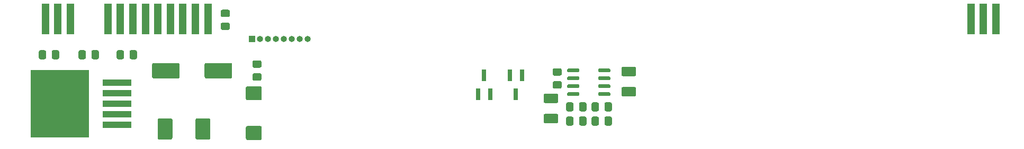
<source format=gbr>
%TF.GenerationSoftware,KiCad,Pcbnew,(5.1.8)-1*%
%TF.CreationDate,2021-02-16T03:44:48+08:00*%
%TF.ProjectId,VFD,5646442e-6b69-4636-9164-5f7063625858,rev?*%
%TF.SameCoordinates,Original*%
%TF.FileFunction,Soldermask,Top*%
%TF.FilePolarity,Negative*%
%FSLAX46Y46*%
G04 Gerber Fmt 4.6, Leading zero omitted, Abs format (unit mm)*
G04 Created by KiCad (PCBNEW (5.1.8)-1) date 2021-02-16 03:44:48*
%MOMM*%
%LPD*%
G01*
G04 APERTURE LIST*
%ADD10R,1.270000X5.000000*%
%ADD11R,9.400000X10.800000*%
%ADD12R,4.600000X1.100000*%
%ADD13R,0.800000X1.900000*%
%ADD14O,1.000000X1.000000*%
%ADD15R,1.000000X1.000000*%
G04 APERTURE END LIST*
D10*
%TO.C,U3*%
X105660000Y-95850000D03*
X103660000Y-95850000D03*
X101660000Y-95850000D03*
X99660000Y-95850000D03*
X97660000Y-95850000D03*
X95660000Y-95850000D03*
X93660000Y-95850000D03*
X91660000Y-95850000D03*
X231660000Y-95850000D03*
X229660000Y-95850000D03*
X227660000Y-95850000D03*
X89660000Y-95850000D03*
X83660000Y-95850000D03*
X81660000Y-95850000D03*
X79660000Y-95850000D03*
%TD*%
%TO.C,U2*%
G36*
G01*
X168056000Y-104315000D02*
X168056000Y-104015000D01*
G75*
G02*
X168206000Y-103865000I150000J0D01*
G01*
X169856000Y-103865000D01*
G75*
G02*
X170006000Y-104015000I0J-150000D01*
G01*
X170006000Y-104315000D01*
G75*
G02*
X169856000Y-104465000I-150000J0D01*
G01*
X168206000Y-104465000D01*
G75*
G02*
X168056000Y-104315000I0J150000D01*
G01*
G37*
G36*
G01*
X168056000Y-105585000D02*
X168056000Y-105285000D01*
G75*
G02*
X168206000Y-105135000I150000J0D01*
G01*
X169856000Y-105135000D01*
G75*
G02*
X170006000Y-105285000I0J-150000D01*
G01*
X170006000Y-105585000D01*
G75*
G02*
X169856000Y-105735000I-150000J0D01*
G01*
X168206000Y-105735000D01*
G75*
G02*
X168056000Y-105585000I0J150000D01*
G01*
G37*
G36*
G01*
X168056000Y-106855000D02*
X168056000Y-106555000D01*
G75*
G02*
X168206000Y-106405000I150000J0D01*
G01*
X169856000Y-106405000D01*
G75*
G02*
X170006000Y-106555000I0J-150000D01*
G01*
X170006000Y-106855000D01*
G75*
G02*
X169856000Y-107005000I-150000J0D01*
G01*
X168206000Y-107005000D01*
G75*
G02*
X168056000Y-106855000I0J150000D01*
G01*
G37*
G36*
G01*
X168056000Y-108125000D02*
X168056000Y-107825000D01*
G75*
G02*
X168206000Y-107675000I150000J0D01*
G01*
X169856000Y-107675000D01*
G75*
G02*
X170006000Y-107825000I0J-150000D01*
G01*
X170006000Y-108125000D01*
G75*
G02*
X169856000Y-108275000I-150000J0D01*
G01*
X168206000Y-108275000D01*
G75*
G02*
X168056000Y-108125000I0J150000D01*
G01*
G37*
G36*
G01*
X163106000Y-108125000D02*
X163106000Y-107825000D01*
G75*
G02*
X163256000Y-107675000I150000J0D01*
G01*
X164906000Y-107675000D01*
G75*
G02*
X165056000Y-107825000I0J-150000D01*
G01*
X165056000Y-108125000D01*
G75*
G02*
X164906000Y-108275000I-150000J0D01*
G01*
X163256000Y-108275000D01*
G75*
G02*
X163106000Y-108125000I0J150000D01*
G01*
G37*
G36*
G01*
X163106000Y-106855000D02*
X163106000Y-106555000D01*
G75*
G02*
X163256000Y-106405000I150000J0D01*
G01*
X164906000Y-106405000D01*
G75*
G02*
X165056000Y-106555000I0J-150000D01*
G01*
X165056000Y-106855000D01*
G75*
G02*
X164906000Y-107005000I-150000J0D01*
G01*
X163256000Y-107005000D01*
G75*
G02*
X163106000Y-106855000I0J150000D01*
G01*
G37*
G36*
G01*
X163106000Y-105585000D02*
X163106000Y-105285000D01*
G75*
G02*
X163256000Y-105135000I150000J0D01*
G01*
X164906000Y-105135000D01*
G75*
G02*
X165056000Y-105285000I0J-150000D01*
G01*
X165056000Y-105585000D01*
G75*
G02*
X164906000Y-105735000I-150000J0D01*
G01*
X163256000Y-105735000D01*
G75*
G02*
X163106000Y-105585000I0J150000D01*
G01*
G37*
G36*
G01*
X163106000Y-104315000D02*
X163106000Y-104015000D01*
G75*
G02*
X163256000Y-103865000I150000J0D01*
G01*
X164906000Y-103865000D01*
G75*
G02*
X165056000Y-104015000I0J-150000D01*
G01*
X165056000Y-104315000D01*
G75*
G02*
X164906000Y-104465000I-150000J0D01*
G01*
X163256000Y-104465000D01*
G75*
G02*
X163106000Y-104315000I0J150000D01*
G01*
G37*
%TD*%
D11*
%TO.C,U1*%
X81939000Y-109510000D03*
D12*
X91089000Y-106110000D03*
X91089000Y-107810000D03*
X91089000Y-109510000D03*
X91089000Y-111210000D03*
X91089000Y-112910000D03*
%TD*%
%TO.C,R6*%
G36*
G01*
X79784000Y-101161000D02*
X79784000Y-102111000D01*
G75*
G02*
X79534000Y-102361000I-250000J0D01*
G01*
X78859000Y-102361000D01*
G75*
G02*
X78609000Y-102111000I0J250000D01*
G01*
X78609000Y-101161000D01*
G75*
G02*
X78859000Y-100911000I250000J0D01*
G01*
X79534000Y-100911000D01*
G75*
G02*
X79784000Y-101161000I0J-250000D01*
G01*
G37*
G36*
G01*
X81859000Y-101161000D02*
X81859000Y-102111000D01*
G75*
G02*
X81609000Y-102361000I-250000J0D01*
G01*
X80934000Y-102361000D01*
G75*
G02*
X80684000Y-102111000I0J250000D01*
G01*
X80684000Y-101161000D01*
G75*
G02*
X80934000Y-100911000I250000J0D01*
G01*
X81609000Y-100911000D01*
G75*
G02*
X81859000Y-101161000I0J-250000D01*
G01*
G37*
%TD*%
%TO.C,R5*%
G36*
G01*
X86134000Y-101161000D02*
X86134000Y-102111000D01*
G75*
G02*
X85884000Y-102361000I-250000J0D01*
G01*
X85209000Y-102361000D01*
G75*
G02*
X84959000Y-102111000I0J250000D01*
G01*
X84959000Y-101161000D01*
G75*
G02*
X85209000Y-100911000I250000J0D01*
G01*
X85884000Y-100911000D01*
G75*
G02*
X86134000Y-101161000I0J-250000D01*
G01*
G37*
G36*
G01*
X88209000Y-101161000D02*
X88209000Y-102111000D01*
G75*
G02*
X87959000Y-102361000I-250000J0D01*
G01*
X87284000Y-102361000D01*
G75*
G02*
X87034000Y-102111000I0J250000D01*
G01*
X87034000Y-101161000D01*
G75*
G02*
X87284000Y-100911000I250000J0D01*
G01*
X87959000Y-100911000D01*
G75*
G02*
X88209000Y-101161000I0J-250000D01*
G01*
G37*
%TD*%
%TO.C,R4*%
G36*
G01*
X165012000Y-112779000D02*
X165012000Y-111829000D01*
G75*
G02*
X165262000Y-111579000I250000J0D01*
G01*
X165937000Y-111579000D01*
G75*
G02*
X166187000Y-111829000I0J-250000D01*
G01*
X166187000Y-112779000D01*
G75*
G02*
X165937000Y-113029000I-250000J0D01*
G01*
X165262000Y-113029000D01*
G75*
G02*
X165012000Y-112779000I0J250000D01*
G01*
G37*
G36*
G01*
X162937000Y-112779000D02*
X162937000Y-111829000D01*
G75*
G02*
X163187000Y-111579000I250000J0D01*
G01*
X163862000Y-111579000D01*
G75*
G02*
X164112000Y-111829000I0J-250000D01*
G01*
X164112000Y-112779000D01*
G75*
G02*
X163862000Y-113029000I-250000J0D01*
G01*
X163187000Y-113029000D01*
G75*
G02*
X162937000Y-112779000I0J250000D01*
G01*
G37*
%TD*%
%TO.C,R3*%
G36*
G01*
X169076000Y-110493000D02*
X169076000Y-109543000D01*
G75*
G02*
X169326000Y-109293000I250000J0D01*
G01*
X170001000Y-109293000D01*
G75*
G02*
X170251000Y-109543000I0J-250000D01*
G01*
X170251000Y-110493000D01*
G75*
G02*
X170001000Y-110743000I-250000J0D01*
G01*
X169326000Y-110743000D01*
G75*
G02*
X169076000Y-110493000I0J250000D01*
G01*
G37*
G36*
G01*
X167001000Y-110493000D02*
X167001000Y-109543000D01*
G75*
G02*
X167251000Y-109293000I250000J0D01*
G01*
X167926000Y-109293000D01*
G75*
G02*
X168176000Y-109543000I0J-250000D01*
G01*
X168176000Y-110493000D01*
G75*
G02*
X167926000Y-110743000I-250000J0D01*
G01*
X167251000Y-110743000D01*
G75*
G02*
X167001000Y-110493000I0J250000D01*
G01*
G37*
%TD*%
%TO.C,R2*%
G36*
G01*
X161039000Y-105896000D02*
X161989000Y-105896000D01*
G75*
G02*
X162239000Y-106146000I0J-250000D01*
G01*
X162239000Y-106821000D01*
G75*
G02*
X161989000Y-107071000I-250000J0D01*
G01*
X161039000Y-107071000D01*
G75*
G02*
X160789000Y-106821000I0J250000D01*
G01*
X160789000Y-106146000D01*
G75*
G02*
X161039000Y-105896000I250000J0D01*
G01*
G37*
G36*
G01*
X161039000Y-103821000D02*
X161989000Y-103821000D01*
G75*
G02*
X162239000Y-104071000I0J-250000D01*
G01*
X162239000Y-104746000D01*
G75*
G02*
X161989000Y-104996000I-250000J0D01*
G01*
X161039000Y-104996000D01*
G75*
G02*
X160789000Y-104746000I0J250000D01*
G01*
X160789000Y-104071000D01*
G75*
G02*
X161039000Y-103821000I250000J0D01*
G01*
G37*
%TD*%
%TO.C,R1*%
G36*
G01*
X168176000Y-111829000D02*
X168176000Y-112779000D01*
G75*
G02*
X167926000Y-113029000I-250000J0D01*
G01*
X167251000Y-113029000D01*
G75*
G02*
X167001000Y-112779000I0J250000D01*
G01*
X167001000Y-111829000D01*
G75*
G02*
X167251000Y-111579000I250000J0D01*
G01*
X167926000Y-111579000D01*
G75*
G02*
X168176000Y-111829000I0J-250000D01*
G01*
G37*
G36*
G01*
X170251000Y-111829000D02*
X170251000Y-112779000D01*
G75*
G02*
X170001000Y-113029000I-250000J0D01*
G01*
X169326000Y-113029000D01*
G75*
G02*
X169076000Y-112779000I0J250000D01*
G01*
X169076000Y-111829000D01*
G75*
G02*
X169326000Y-111579000I250000J0D01*
G01*
X170001000Y-111579000D01*
G75*
G02*
X170251000Y-111829000I0J-250000D01*
G01*
G37*
%TD*%
D13*
%TO.C,Q2*%
X154910000Y-107962000D03*
X153960000Y-104962000D03*
X155860000Y-104962000D03*
%TD*%
%TO.C,Q1*%
X149830000Y-104962000D03*
X150780000Y-107962000D03*
X148880000Y-107962000D03*
%TD*%
%TO.C,L1*%
G36*
G01*
X99974000Y-112109000D02*
X99974000Y-115039000D01*
G75*
G02*
X99739000Y-115274000I-235000J0D01*
G01*
X97859000Y-115274000D01*
G75*
G02*
X97624000Y-115039000I0J235000D01*
G01*
X97624000Y-112109000D01*
G75*
G02*
X97859000Y-111874000I235000J0D01*
G01*
X99739000Y-111874000D01*
G75*
G02*
X99974000Y-112109000I0J-235000D01*
G01*
G37*
G36*
G01*
X106024000Y-112109000D02*
X106024000Y-115039000D01*
G75*
G02*
X105789000Y-115274000I-235000J0D01*
G01*
X103909000Y-115274000D01*
G75*
G02*
X103674000Y-115039000I0J235000D01*
G01*
X103674000Y-112109000D01*
G75*
G02*
X103909000Y-111874000I235000J0D01*
G01*
X105789000Y-111874000D01*
G75*
G02*
X106024000Y-112109000I0J-235000D01*
G01*
G37*
%TD*%
D14*
%TO.C,J1*%
X121636000Y-99096000D03*
X120366000Y-99096000D03*
X119096000Y-99096000D03*
X117826000Y-99096000D03*
X116556000Y-99096000D03*
X115286000Y-99096000D03*
X114016000Y-99096000D03*
D15*
X112746000Y-99096000D03*
%TD*%
%TO.C,C8*%
G36*
G01*
X108903000Y-95576500D02*
X107953000Y-95576500D01*
G75*
G02*
X107703000Y-95326500I0J250000D01*
G01*
X107703000Y-94651500D01*
G75*
G02*
X107953000Y-94401500I250000J0D01*
G01*
X108903000Y-94401500D01*
G75*
G02*
X109153000Y-94651500I0J-250000D01*
G01*
X109153000Y-95326500D01*
G75*
G02*
X108903000Y-95576500I-250000J0D01*
G01*
G37*
G36*
G01*
X108903000Y-97651500D02*
X107953000Y-97651500D01*
G75*
G02*
X107703000Y-97401500I0J250000D01*
G01*
X107703000Y-96726500D01*
G75*
G02*
X107953000Y-96476500I250000J0D01*
G01*
X108903000Y-96476500D01*
G75*
G02*
X109153000Y-96726500I0J-250000D01*
G01*
X109153000Y-97401500D01*
G75*
G02*
X108903000Y-97651500I-250000J0D01*
G01*
G37*
%TD*%
%TO.C,C7*%
G36*
G01*
X105130000Y-105210000D02*
X105130000Y-103210000D01*
G75*
G02*
X105380000Y-102960000I250000J0D01*
G01*
X109280000Y-102960000D01*
G75*
G02*
X109530000Y-103210000I0J-250000D01*
G01*
X109530000Y-105210000D01*
G75*
G02*
X109280000Y-105460000I-250000J0D01*
G01*
X105380000Y-105460000D01*
G75*
G02*
X105130000Y-105210000I0J250000D01*
G01*
G37*
G36*
G01*
X96730000Y-105210000D02*
X96730000Y-103210000D01*
G75*
G02*
X96980000Y-102960000I250000J0D01*
G01*
X100880000Y-102960000D01*
G75*
G02*
X101130000Y-103210000I0J-250000D01*
G01*
X101130000Y-105210000D01*
G75*
G02*
X100880000Y-105460000I-250000J0D01*
G01*
X96980000Y-105460000D01*
G75*
G02*
X96730000Y-105210000I0J250000D01*
G01*
G37*
%TD*%
%TO.C,C6*%
G36*
G01*
X93130000Y-102111000D02*
X93130000Y-101161000D01*
G75*
G02*
X93380000Y-100911000I250000J0D01*
G01*
X94055000Y-100911000D01*
G75*
G02*
X94305000Y-101161000I0J-250000D01*
G01*
X94305000Y-102111000D01*
G75*
G02*
X94055000Y-102361000I-250000J0D01*
G01*
X93380000Y-102361000D01*
G75*
G02*
X93130000Y-102111000I0J250000D01*
G01*
G37*
G36*
G01*
X91055000Y-102111000D02*
X91055000Y-101161000D01*
G75*
G02*
X91305000Y-100911000I250000J0D01*
G01*
X91980000Y-100911000D01*
G75*
G02*
X92230000Y-101161000I0J-250000D01*
G01*
X92230000Y-102111000D01*
G75*
G02*
X91980000Y-102361000I-250000J0D01*
G01*
X91305000Y-102361000D01*
G75*
G02*
X91055000Y-102111000I0J250000D01*
G01*
G37*
%TD*%
%TO.C,C5*%
G36*
G01*
X173869000Y-105079000D02*
X172019000Y-105079000D01*
G75*
G02*
X171769000Y-104829000I0J250000D01*
G01*
X171769000Y-103829000D01*
G75*
G02*
X172019000Y-103579000I250000J0D01*
G01*
X173869000Y-103579000D01*
G75*
G02*
X174119000Y-103829000I0J-250000D01*
G01*
X174119000Y-104829000D01*
G75*
G02*
X173869000Y-105079000I-250000J0D01*
G01*
G37*
G36*
G01*
X173869000Y-108329000D02*
X172019000Y-108329000D01*
G75*
G02*
X171769000Y-108079000I0J250000D01*
G01*
X171769000Y-107079000D01*
G75*
G02*
X172019000Y-106829000I250000J0D01*
G01*
X173869000Y-106829000D01*
G75*
G02*
X174119000Y-107079000I0J-250000D01*
G01*
X174119000Y-108079000D01*
G75*
G02*
X173869000Y-108329000I-250000J0D01*
G01*
G37*
%TD*%
%TO.C,C4*%
G36*
G01*
X159573000Y-111147000D02*
X161423000Y-111147000D01*
G75*
G02*
X161673000Y-111397000I0J-250000D01*
G01*
X161673000Y-112397000D01*
G75*
G02*
X161423000Y-112647000I-250000J0D01*
G01*
X159573000Y-112647000D01*
G75*
G02*
X159323000Y-112397000I0J250000D01*
G01*
X159323000Y-111397000D01*
G75*
G02*
X159573000Y-111147000I250000J0D01*
G01*
G37*
G36*
G01*
X159573000Y-107897000D02*
X161423000Y-107897000D01*
G75*
G02*
X161673000Y-108147000I0J-250000D01*
G01*
X161673000Y-109147000D01*
G75*
G02*
X161423000Y-109397000I-250000J0D01*
G01*
X159573000Y-109397000D01*
G75*
G02*
X159323000Y-109147000I0J250000D01*
G01*
X159323000Y-108147000D01*
G75*
G02*
X159573000Y-107897000I250000J0D01*
G01*
G37*
%TD*%
%TO.C,C3*%
G36*
G01*
X113033000Y-104626000D02*
X113983000Y-104626000D01*
G75*
G02*
X114233000Y-104876000I0J-250000D01*
G01*
X114233000Y-105551000D01*
G75*
G02*
X113983000Y-105801000I-250000J0D01*
G01*
X113033000Y-105801000D01*
G75*
G02*
X112783000Y-105551000I0J250000D01*
G01*
X112783000Y-104876000D01*
G75*
G02*
X113033000Y-104626000I250000J0D01*
G01*
G37*
G36*
G01*
X113033000Y-102551000D02*
X113983000Y-102551000D01*
G75*
G02*
X114233000Y-102801000I0J-250000D01*
G01*
X114233000Y-103476000D01*
G75*
G02*
X113983000Y-103726000I-250000J0D01*
G01*
X113033000Y-103726000D01*
G75*
G02*
X112783000Y-103476000I0J250000D01*
G01*
X112783000Y-102801000D01*
G75*
G02*
X113033000Y-102551000I250000J0D01*
G01*
G37*
%TD*%
%TO.C,C2*%
G36*
G01*
X165012000Y-110493000D02*
X165012000Y-109543000D01*
G75*
G02*
X165262000Y-109293000I250000J0D01*
G01*
X165937000Y-109293000D01*
G75*
G02*
X166187000Y-109543000I0J-250000D01*
G01*
X166187000Y-110493000D01*
G75*
G02*
X165937000Y-110743000I-250000J0D01*
G01*
X165262000Y-110743000D01*
G75*
G02*
X165012000Y-110493000I0J250000D01*
G01*
G37*
G36*
G01*
X162937000Y-110493000D02*
X162937000Y-109543000D01*
G75*
G02*
X163187000Y-109293000I250000J0D01*
G01*
X163862000Y-109293000D01*
G75*
G02*
X164112000Y-109543000I0J-250000D01*
G01*
X164112000Y-110493000D01*
G75*
G02*
X163862000Y-110743000I-250000J0D01*
G01*
X163187000Y-110743000D01*
G75*
G02*
X162937000Y-110493000I0J250000D01*
G01*
G37*
%TD*%
%TO.C,C1*%
G36*
G01*
X114025001Y-108959000D02*
X111974999Y-108959000D01*
G75*
G02*
X111725000Y-108709001I0J249999D01*
G01*
X111725000Y-106958999D01*
G75*
G02*
X111974999Y-106709000I249999J0D01*
G01*
X114025001Y-106709000D01*
G75*
G02*
X114275000Y-106958999I0J-249999D01*
G01*
X114275000Y-108709001D01*
G75*
G02*
X114025001Y-108959000I-249999J0D01*
G01*
G37*
G36*
G01*
X114025001Y-115359000D02*
X111974999Y-115359000D01*
G75*
G02*
X111725000Y-115109001I0J249999D01*
G01*
X111725000Y-113358999D01*
G75*
G02*
X111974999Y-113109000I249999J0D01*
G01*
X114025001Y-113109000D01*
G75*
G02*
X114275000Y-113358999I0J-249999D01*
G01*
X114275000Y-115109001D01*
G75*
G02*
X114025001Y-115359000I-249999J0D01*
G01*
G37*
%TD*%
M02*

</source>
